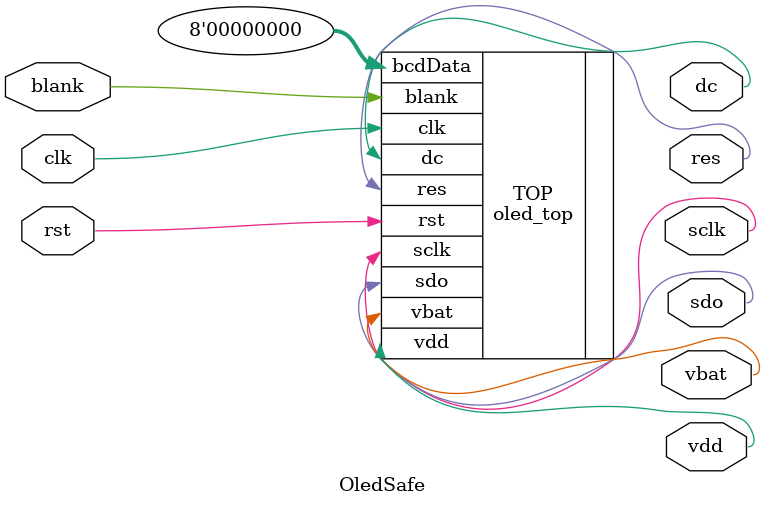
<source format=sv>
`timescale 1ns / 1ps


module OledSafe(input clk, input rst, 
    // input [7:0] bcdData,
    input blank,
    output sclk, sdo, dc,
    output reg vdd, vbat, res
    );
    
    oled_top TOP (
        .clk(clk), .rst(rst),
        .blank(blank), .bcdData(8'b00000000),
        .sclk(sclk), .sdo(sdo), .dc(dc),
        .vdd(vdd), .vbat(vbat), .res(res)
    );
    
endmodule

</source>
